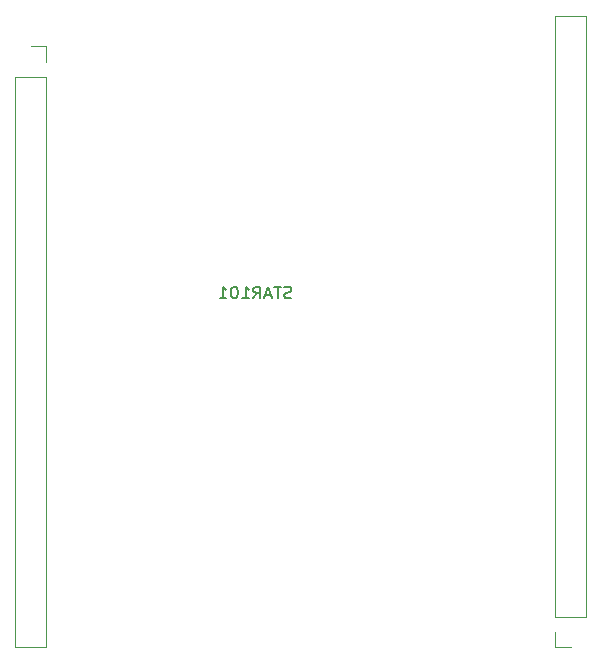
<source format=gbr>
%TF.GenerationSoftware,KiCad,Pcbnew,7.0.8*%
%TF.CreationDate,2024-01-04T13:35:51+01:00*%
%TF.ProjectId,OSSI_CM1,4f535349-5f43-44d3-912e-6b696361645f,rev?*%
%TF.SameCoordinates,Original*%
%TF.FileFunction,Legend,Bot*%
%TF.FilePolarity,Positive*%
%FSLAX46Y46*%
G04 Gerber Fmt 4.6, Leading zero omitted, Abs format (unit mm)*
G04 Created by KiCad (PCBNEW 7.0.8) date 2024-01-04 13:35:51*
%MOMM*%
%LPD*%
G01*
G04 APERTURE LIST*
%ADD10C,0.150000*%
%ADD11C,0.120000*%
G04 APERTURE END LIST*
D10*
X141423809Y-97461200D02*
X141280952Y-97508819D01*
X141280952Y-97508819D02*
X141042857Y-97508819D01*
X141042857Y-97508819D02*
X140947619Y-97461200D01*
X140947619Y-97461200D02*
X140900000Y-97413580D01*
X140900000Y-97413580D02*
X140852381Y-97318342D01*
X140852381Y-97318342D02*
X140852381Y-97223104D01*
X140852381Y-97223104D02*
X140900000Y-97127866D01*
X140900000Y-97127866D02*
X140947619Y-97080247D01*
X140947619Y-97080247D02*
X141042857Y-97032628D01*
X141042857Y-97032628D02*
X141233333Y-96985009D01*
X141233333Y-96985009D02*
X141328571Y-96937390D01*
X141328571Y-96937390D02*
X141376190Y-96889771D01*
X141376190Y-96889771D02*
X141423809Y-96794533D01*
X141423809Y-96794533D02*
X141423809Y-96699295D01*
X141423809Y-96699295D02*
X141376190Y-96604057D01*
X141376190Y-96604057D02*
X141328571Y-96556438D01*
X141328571Y-96556438D02*
X141233333Y-96508819D01*
X141233333Y-96508819D02*
X140995238Y-96508819D01*
X140995238Y-96508819D02*
X140852381Y-96556438D01*
X140566666Y-96508819D02*
X139995238Y-96508819D01*
X140280952Y-97508819D02*
X140280952Y-96508819D01*
X139709523Y-97223104D02*
X139233333Y-97223104D01*
X139804761Y-97508819D02*
X139471428Y-96508819D01*
X139471428Y-96508819D02*
X139138095Y-97508819D01*
X138233333Y-97508819D02*
X138566666Y-97032628D01*
X138804761Y-97508819D02*
X138804761Y-96508819D01*
X138804761Y-96508819D02*
X138423809Y-96508819D01*
X138423809Y-96508819D02*
X138328571Y-96556438D01*
X138328571Y-96556438D02*
X138280952Y-96604057D01*
X138280952Y-96604057D02*
X138233333Y-96699295D01*
X138233333Y-96699295D02*
X138233333Y-96842152D01*
X138233333Y-96842152D02*
X138280952Y-96937390D01*
X138280952Y-96937390D02*
X138328571Y-96985009D01*
X138328571Y-96985009D02*
X138423809Y-97032628D01*
X138423809Y-97032628D02*
X138804761Y-97032628D01*
X137280952Y-97508819D02*
X137852380Y-97508819D01*
X137566666Y-97508819D02*
X137566666Y-96508819D01*
X137566666Y-96508819D02*
X137661904Y-96651676D01*
X137661904Y-96651676D02*
X137757142Y-96746914D01*
X137757142Y-96746914D02*
X137852380Y-96794533D01*
X136661904Y-96508819D02*
X136566666Y-96508819D01*
X136566666Y-96508819D02*
X136471428Y-96556438D01*
X136471428Y-96556438D02*
X136423809Y-96604057D01*
X136423809Y-96604057D02*
X136376190Y-96699295D01*
X136376190Y-96699295D02*
X136328571Y-96889771D01*
X136328571Y-96889771D02*
X136328571Y-97127866D01*
X136328571Y-97127866D02*
X136376190Y-97318342D01*
X136376190Y-97318342D02*
X136423809Y-97413580D01*
X136423809Y-97413580D02*
X136471428Y-97461200D01*
X136471428Y-97461200D02*
X136566666Y-97508819D01*
X136566666Y-97508819D02*
X136661904Y-97508819D01*
X136661904Y-97508819D02*
X136757142Y-97461200D01*
X136757142Y-97461200D02*
X136804761Y-97413580D01*
X136804761Y-97413580D02*
X136852380Y-97318342D01*
X136852380Y-97318342D02*
X136899999Y-97127866D01*
X136899999Y-97127866D02*
X136899999Y-96889771D01*
X136899999Y-96889771D02*
X136852380Y-96699295D01*
X136852380Y-96699295D02*
X136804761Y-96604057D01*
X136804761Y-96604057D02*
X136757142Y-96556438D01*
X136757142Y-96556438D02*
X136661904Y-96508819D01*
X135376190Y-97508819D02*
X135947618Y-97508819D01*
X135661904Y-97508819D02*
X135661904Y-96508819D01*
X135661904Y-96508819D02*
X135757142Y-96651676D01*
X135757142Y-96651676D02*
X135852380Y-96746914D01*
X135852380Y-96746914D02*
X135947618Y-96794533D01*
D11*
%TO.C,X201*%
X120710000Y-127060000D02*
X118050000Y-127060000D01*
X120710000Y-78740000D02*
X120710000Y-127060000D01*
X120710000Y-78740000D02*
X118050000Y-78740000D01*
X120710000Y-77470000D02*
X120710000Y-76140000D01*
X120710000Y-76140000D02*
X119380000Y-76140000D01*
X118050000Y-78740000D02*
X118050000Y-127060000D01*
%TO.C,X202*%
X163770000Y-73600000D02*
X166430000Y-73600000D01*
X163770000Y-124460000D02*
X163770000Y-73600000D01*
X163770000Y-124460000D02*
X166430000Y-124460000D01*
X163770000Y-125730000D02*
X163770000Y-127060000D01*
X163770000Y-127060000D02*
X165100000Y-127060000D01*
X166430000Y-124460000D02*
X166430000Y-73600000D01*
%TD*%
M02*

</source>
